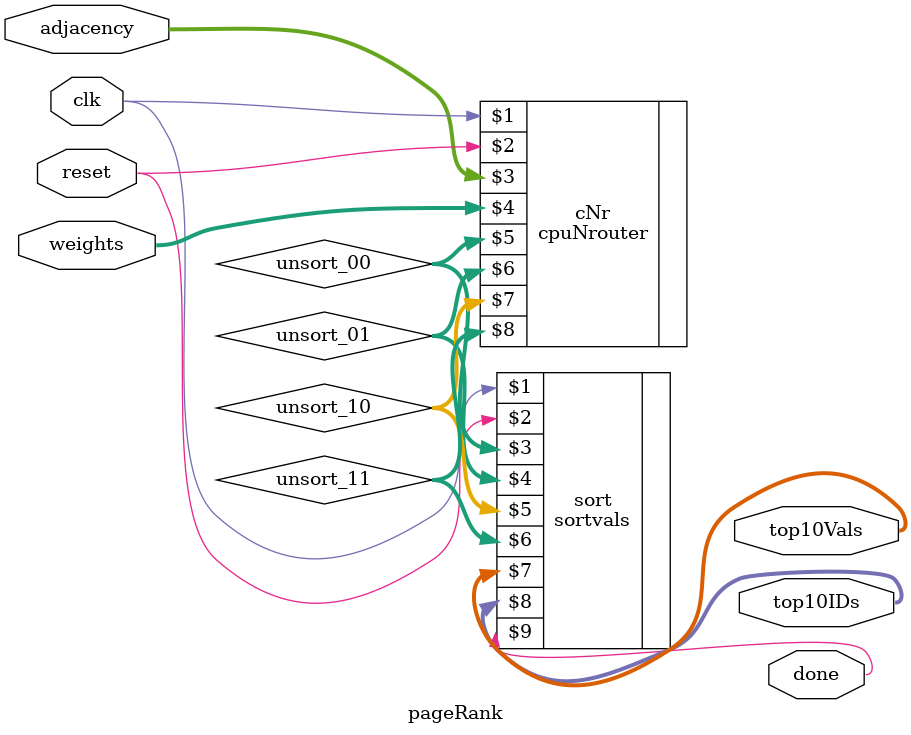
<source format=v>
module pageRank 
#(parameter N=64,WIDTH=31) 
(input clk,input reset,input [N*N-1:0] adjacency, input [N*(WIDTH-7)-1:0] weights, 
output [10*(WIDTH-7)-1:0] top10Vals,output [10*6-1:0] top10IDs, output done);

wire [WIDTH-1:0] unsort_00, unsort_01, unsort_10, unsort_11; 

sortvals # (WIDTH,N) sort (clk,reset,
 unsort_00, unsort_01, unsort_10, unsort_11,
 top10Vals, top10IDs, done);

cpuNrouter #(N, WIDTH, 16) cNr
(clk,
reset,
adjacency,
weights,
unsort_00,
unsort_01,
unsort_10,
unsort_11);

endmodule

</source>
